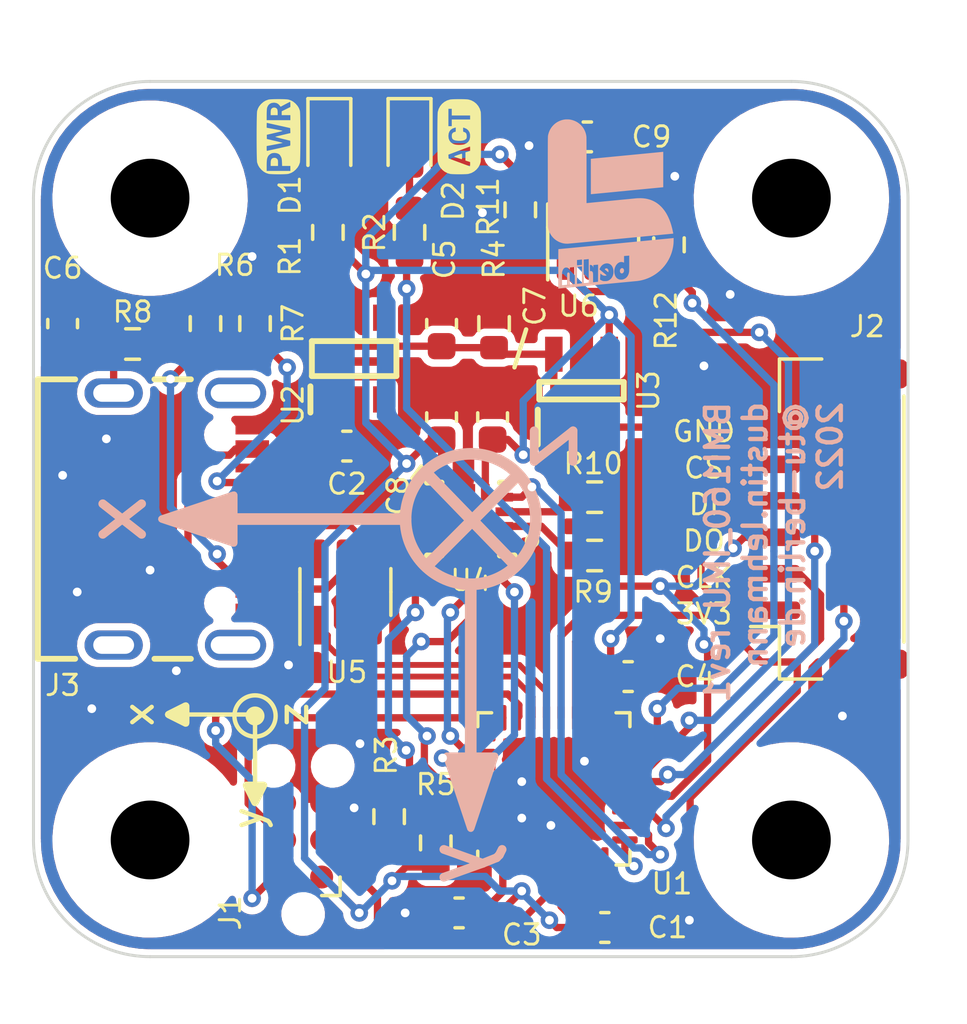
<source format=kicad_pcb>
(kicad_pcb (version 20221018) (generator pcbnew)
  (layers (0 "F.Cu" signal) (31 "B.Cu" signal) (34 "B.Paste" user) (35 "F.Paste" user) (36 "B.SilkS" user "B.Silkscreen") (37 "F.SilkS" user "F.Silkscreen") (38 "B.Mask" user) (39 "F.Mask" user) (44 "Edge.Cuts" user))
  (net 0 "")
  (net 8 "CS_SLAVE")
  (net 10 "Net-(D1-Pad2)")
  (net 11 "Net-(D2-Pad2)")
  (net 12 "+3V3")
  (net 13 "SWDIO")
  (net 14 "NRST")
  (net 16 "GND")
  (net 17 "5V_USB")
  (net 18 "CC1")
  (net 19 "USB_IN1_P")
  (net 20 "USB_IN1_N")
  (net 21 "SWCLK")
  (net 22 "CC2")
  (net 23 "USB_SHIELD")
  (net 24 "USB1_P")
  (net 25 "USB1_N")
  (net 30 "3V3_REG")
  (net 31 "3V3_IN")
  (net 32 "USER_LED")
  (net 33 "CS_IMU")
  (net 34 "IMU_INT1")
  (net 35 "IMU_INT2")
  (net 36 "Net-(R3-Pad2)")
  (net 39 "I2C1_SCL")
  (net 40 "I2C1_SDA")
  (net 41 "IN3")
  (net 42 "Net-(R10-Pad1)")
  (net 43 "SPI3_SCK")
  (net 44 "SPI3_MISO")
  (net 45 "SPI3_MOSI")
  (net 47 "Net-(R9-Pad1)")
  (net 48 "SOFTI2C_SCL")
  (net 49 "SOFTI2C_SDA")
  (footprint "Resistor_SMD:R_0603_1608Metric" (layer "F.Cu") (at 173.4 58)
    (fp_text reference "R8")
    (fp_text value "1M")
  )
  (footprint "Package_DFN_QFN:QFN-32-1EP_5x5mm_P0.5mm_EP3.45x3.45mm" (layer "F.Cu") (at 187.85 73.25 90)
    (fp_text reference "U1")
    (fp_text value "STM32L432KBUx")
  )
  (footprint "downloaded_parts:MH_noPad_2.5" (layer "F.Cu") (at 174 75)
    (fp_text reference "H4" hide)
    (fp_text value "MountingHole")
  )
  (footprint "descriptors:cm4_act" (layer "F.Cu") (at 184.6 50.9 90)
    (fp_text reference "G***" hide)
    (fp_text value "LOGO" hide)
  )
  (footprint "LED_SMD:LED_0603_1608Metric" (layer "F.Cu") (at 180.15 51.075 -90)
    (fp_text reference "D1")
    (fp_text value "POWER_LED")
  )
  (footprint "Resistor_SMD:R_0603_1608Metric" (layer "F.Cu") (at 180.1 54.175 90)
    (fp_text reference "R1")
    (fp_text value "1k")
  )
  (footprint "Resistor_SMD:R_0603_1608Metric" (layer "F.Cu") (at 183.8 75.1 -90)
    (fp_text reference "R5")
    (fp_text value "10k")
  )
  (footprint "downloaded_parts:MH_noPad_2.5" (layer "F.Cu") (at 196 53)
    (fp_text reference "H3" hide)
    (fp_text value "MountingHole")
  )
  (footprint "Resistor_SMD:R_0603_1608Metric" (layer "F.Cu") (at 182.2 74.2 -90)
    (fp_text reference "R3")
    (fp_text value "10k")
  )
  (footprint "Resistor_SMD:R_0603_1608Metric" (layer "F.Cu") (at 189.25 63.25)
    (fp_text reference "R10")
    (fp_text value "309k")
  )
  (footprint "descriptors:pwr_small" (layer "F.Cu") (at 178.4 50.9 90)
    (fp_text reference "G***" hide)
    (fp_text value "LOGO" hide)
  )
  (footprint "downloaded_parts:MH_noPad_2.5" (layer "F.Cu") (at 174 53)
    (fp_text reference "H1" hide)
    (fp_text value "MountingHole")
  )
  (footprint "Resistor_SMD:R_0603_1608Metric" (layer "F.Cu") (at 175.9 57.3 90)
    (fp_text reference "R6")
    (fp_text value "5.1k")
  )
  (footprint "downloaded_parts:PQFN50P300X250X88-14N" (layer "F.Cu") (at 185 64 180)
    (fp_text reference "U4")
    (fp_text value "BMX160" hide)
  )
  (footprint "Capacitor_SMD:C_0603_1608Metric" (layer "F.Cu") (at 180.75 61.5)
    (fp_text reference "C2")
    (fp_text value "1u")
  )
  (footprint "Connector_JST:JST_GH_SM06B-GHS-TB_1x06-1MP_P1.25mm_Horizontal" (layer "F.Cu") (at 197.3 64 90)
    (fp_text reference "J2")
    (fp_text value "Conn_01x06")
  )
  (footprint "Resistor_SMD:R_0603_1608Metric" (layer "F.Cu") (at 177.6 57.3 90)
    (fp_text reference "R7")
    (fp_text value "5.1k")
  )
  (footprint "downloaded_parts:SOT95P280X145-5N" (layer "F.Cu") (at 188.8 59.6 90)
    (fp_text reference "U3")
    (fp_text value "TPS2105MDBVREP" hide)
  )
  (footprint "Connector:Tag-Connect_TC2030-IDC-NL_2x03_P1.27mm_Vertical" (layer "F.Cu") (at 179.25 75 90)
    (fp_text reference "J1")
    (fp_text value "TC2030-IDC-NL")
  )
  (footprint "Package_TO_SOT_SMD:SOT-23-6" (layer "F.Cu") (at 189.2 54 90)
    (fp_text reference "U6")
    (fp_text value "SOT-23-6-EEPROM")
  )
  (footprint "Resistor_SMD:R_0603_1608Metric" (layer "F.Cu") (at 185.8 57.3 -90)
    (fp_text reference "R4")
    (fp_text value "10k")
  )
  (footprint "Capacitor_SMD:C_0603_1608Metric" (layer "F.Cu") (at 185.75 60.5 90)
    (fp_text reference "C7")
    (fp_text value "100n")
  )
  (footprint "Capacitor_SMD:C_0603_1608Metric" (layer "F.Cu") (at 189.6 78)
    (fp_text reference "C1")
    (fp_text value "100n")
  )
  (footprint "downloaded_parts:SOT95P280X130-5N" (layer "F.Cu") (at 181 58.5 90)
    (fp_text reference "U2")
    (fp_text value "XC6209" hide)
  )
  (footprint "Capacitor_SMD:C_0603_1608Metric" (layer "F.Cu") (at 171 57.3 90)
    (fp_text reference "C6")
    (fp_text value "22p")
  )
  (footprint "downloaded_parts:GCT_USB4105-GF-A" (layer "F.Cu") (at 172.75 64 -90)
    (fp_text reference "J3")
    (fp_text value "USB4105-GF-A")
  )
  (footprint "Capacitor_SMD:C_0603_1608Metric" (layer "F.Cu") (at 184.6 77.5 180)
    (fp_text reference "C3")
    (fp_text value "100n")
  )
  (footprint "Capacitor_SMD:C_0603_1608Metric" (layer "F.Cu") (at 184 60.5 90)
    (fp_text reference "C8")
    (fp_text value "100n")
  )
  (footprint "Capacitor_SMD:C_0603_1608Metric" (layer "F.Cu") (at 190.4 69.4)
    (fp_text reference "C4")
    (fp_text value "100n")
  )
  (footprint "LED_SMD:LED_0603_1608Metric" (layer "F.Cu") (at 182.9 51.075 -90)
    (fp_text reference "D2")
    (fp_text value "USER_LED")
  )
  (footprint "Resistor_SMD:R_0603_1608Metric" (layer "F.Cu") (at 189.25 65.25)
    (fp_text reference "R9")
    (fp_text value "309k")
  )
  (footprint "Resistor_SMD:R_0603_1608Metric" (layer "F.Cu") (at 186.7 53.4 -90)
    (fp_text reference "R11")
    (fp_text value "5.1k")
  )
  (footprint "Resistor_SMD:R_0603_1608Metric" (layer "F.Cu") (at 191.8 54.6 -90)
    (fp_text reference "R12")
    (fp_text value "5.1k")
  )
  (footprint "Resistor_SMD:R_0603_1608Metric" (layer "F.Cu") (at 182.9 54.175 90)
    (fp_text reference "R2")
    (fp_text value "1k")
  )
  (footprint "Capacitor_SMD:C_0603_1608Metric" (layer "F.Cu") (at 184 57.3 90)
    (fp_text reference "C5")
    (fp_text value "1u")
  )
  (footprint "Capacitor_SMD:C_0603_1608Metric" (layer "F.Cu") (at 189 50.9)
    (fp_text reference "C9")
    (fp_text value "100n")
  )
  (footprint "Package_TO_SOT_SMD:SOT-23-6" (layer "F.Cu") (at 180.7 66.5 90)
    (fp_text reference "U5")
    (fp_text value "USBLC6-2SC6")
  )
  (footprint "downloaded_parts:MH_noPad_2.5" (layer "F.Cu") (at 196 75)
    (fp_text reference "H2" hide)
    (fp_text value "MountingHole")
  )
  (footprint "logos:tub_6" (layer "B.Cu") (at 189.8 53.2 -90)
    (fp_text reference "G***" hide)
    (fp_text value "LOGO" hide)
  )
  (gr_circle (center 185 64) (end 187.236068 64) (stroke (width 0.4)) (fill none) (layer "B.SilkS"))
  (gr_line (start 183.45 62.4) (end 186.55 65.6) (stroke (width 0.4)) (layer "B.SilkS"))
  (gr_line (start 182.763932 64) (end 175 64) (stroke (width 0.4)) (layer "B.SilkS"))
  (gr_line (start 185 66.236068) (end 185 74) (stroke (width 0.4)) (layer "B.SilkS"))
  (gr_line (start 186.6 62.5) (end 183.5 65.6) (stroke (width 0.4)) (layer "B.SilkS"))
  (gr_line (start 186.9 57.5) (end 186.5 58.8) (stroke (width 0.15)) (layer "F.SilkS"))
  (gr_line (start 177.6 70.75) (end 177.6 73.25) (stroke (width 0.15)) (layer "F.SilkS"))
  (gr_line (start 183 62.6) (end 183.3 62.2) (stroke (width 0.15)) (layer "F.SilkS"))
  (gr_circle (center 177.6 70.75) (end 178.1 70.25) (stroke (width 0.15)) (fill none) (layer "F.SilkS"))
  (gr_circle (center 177.6 70.75) (end 177.85 70.75) (stroke (width 0.15)) (fill solid) (layer "F.SilkS"))
  (gr_line (start 177.6 70.7) (end 175.1 70.7) (stroke (width 0.15)) (layer "F.SilkS"))
  (gr_line (start 196 79) (end 174 79) (stroke (width 0.1)) (layer "Edge.Cuts"))
  (gr_arc (start 174 79) (mid 171.171573 77.828427) (end 170 75) (stroke (width 0.1)) (layer "Edge.Cuts"))
  (gr_arc (start 200 75) (mid 198.828427 77.828427) (end 196 79) (stroke (width 0.1)) (layer "Edge.Cuts"))
  (gr_line (start 174 49) (end 196 49) (stroke (width 0.1)) (layer "Edge.Cuts"))
  (gr_line (start 200 53) (end 200 75) (stroke (width 0.1)) (layer "Edge.Cuts"))
  (gr_arc (start 196 49) (mid 198.828427 50.171573) (end 200 53) (stroke (width 0.1)) (layer "Edge.Cuts"))
  (gr_line (start 170 75) (end 170 53) (stroke (width 0.1)) (layer "Edge.Cuts"))
  (gr_arc (start 170 53) (mid 171.171573 50.171573) (end 174 49) (stroke (width 0.1)) (layer "Edge.Cuts"))
  (gr_text "x" (at 172.8 64 90) (layer "B.SilkS") (effects (font (size 2 2) (thickness 0.3)) (justify mirror)))
  (gr_text "y" (at 184.5 75.8 90) (layer "B.SilkS") (effects (font (size 2 2) (thickness 0.3)) (justify mirror)))
  (gr_text "z" (at 187.6 61.5 90) (layer "B.SilkS") (effects (font (size 2 2) (thickness 0.3)) (justify mirror)))
  (gr_text "BMI160_IMU rev1\ndustin.lehmann\n@tu-berlin.de\n2022" (at 195.4 59.9 90) (layer "B.SilkS") (effects (font (size 0.8 0.8)) (justify left mirror)))
  (gr_text "y" (at 177.35 74.25 90) (layer "F.SilkS") (effects (font (size 1 1))))
  (gr_text "CLK" (at 193 66) (layer "F.SilkS") (effects (font (size 0.7 0.7) (thickness 0.1))))
  (gr_text "3V3" (at 193 67.25) (layer "F.SilkS") (effects (font (size 0.7 0.7) (thickness 0.1))))
  (gr_text "DO" (at 193 64.75) (layer "F.SilkS") (effects (font (size 0.7 0.7) (thickness 0.1))))
  (gr_text "GND" (at 193 61) (layer "F.SilkS") (effects (font (size 0.7 0.7) (thickness 0.1))))
  (gr_text "DI" (at 193 63.5) (layer "F.SilkS") (effects (font (size 0.7 0.7) (thickness 0.1))))
  (gr_text "x" (at 173.6 70.7 90) (layer "F.SilkS") (effects (font (size 1 1))))
  (gr_text "CS" (at 193 62.25) (layer "F.SilkS") (effects (font (size 0.7 0.7) (thickness 0.1))))
  (gr_text "z" (at 178.9 70.7 90) (layer "F.SilkS") (effects (font (size 1 1))))
  (segment (start 190.2875 74) (end 191.1 74) (width 0.25) (layer "F.Cu") (net 8))
  (segment (start 195.45 62.125) (end 195.475 62.1) (width 0.25) (layer "F.Cu") (net 8))
  (segment (start 195.475 62.1) (end 196.7 62.1) (width 0.25) (layer "F.Cu") (net 8))
  (segment (start 197.8 63.2) (end 197.8 67.5) (width 0.25) (layer "F.Cu") (net 8))
  (segment (start 191.1 74) (end 191.7 74.6) (width 0.25) (layer "F.Cu") (net 8))
  (segment (start 196.7 62.1) (end 197.8 63.2) (width 0.25) (layer "F.Cu") (net 8))
  (via (at 191.7 74.6) (size 0.6) (drill 0.3) (layers "F.Cu" "B.Cu") (net 8))
  (via (at 197.8 67.5) (size 0.6) (drill 0.3) (layers "F.Cu" "B.Cu") (net 8))
  (segment (start 197.8 67.5) (end 197.8 68.1) (width 0.25) (layer "B.Cu") (net 8))
  (segment (start 194.8 71.1) (end 191.7 74.2) (width 0.25) (layer "B.Cu") (net 8))
  (segment (start 191.7 74.2) (end 191.7 74.6) (width 0.25) (layer "B.Cu") (net 8))
  (segment (start 197.8 68.1) (end 194.8 71.1) (width 0.25) (layer "B.Cu") (net 8))
  (segment (start 180.1 53.35) (end 180.1 51.9125) (width 0.25) (layer "F.Cu") (net 10))
  (segment (start 180.1 51.9125) (end 180.15 51.8625) (width 0.25) (layer "F.Cu") (net 10))
  (segment (start 182.9 53.35) (end 182.9 51.8625) (width 0.25) (layer "F.Cu") (net 11))
  (segment (start 182.3 76.4) (end 182.775 75.925) (width 0.25) (layer "F.Cu") (net 12))
  (segment (start 184 61.275) (end 183.625 61.275) (width 0.25) (layer "F.Cu") (net 12))
  (segment (start 180.1 55) (end 180.8 55) (width 0.25) (layer "F.Cu") (net 12))
  (segment (start 179.9455 76.27) (end 179.885 76.27) (width 0.25) (layer "F.Cu") (net 12))
  (segment (start 186.7 52.2) (end 186 51.5) (width 0.25) (layer "F.Cu") (net 12))
  (segment (start 187.9625 52.575) (end 188.25 52.8625) (width 0.25) (layer "F.Cu") (net 12))
  (segment (start 186.7 52.575) (end 186.7 52.2) (width 0.25) (layer "F.Cu") (net 12))
  (segment (start 189.6 69.425) (end 189.625 69.4) (width 0.25) (layer "F.Cu") (net 12))
  (segment (start 184 61.275) (end 184 63.1) (width 0.25) (layer "F.Cu") (net 12))
  (segment (start 189.8 69.225) (end 189.625 69.4) (width 0.25) (layer "F.Cu") (net 12))
  (segment (start 184 63.1) (end 183.85 63.25) (width 0.25) (layer "F.Cu") (net 12))
  (segment (start 191.72548 53.84952) (end 189.54952 53.84952) (width 0.25) (layer "F.Cu") (net 12))
  (segment (start 185.5 61.525) (end 185.75 61.275) (width 0.25) (layer "F.Cu") (net 12))
  (segment (start 189.6 70.8125) (end 189.6 69.425) (width 0.25) (layer "F.Cu") (net 12))
  (segment (start 188.225 52.8375) (end 188.25 52.8625) (width 0.25) (layer "F.Cu") (net 12))
  (segment (start 189.8 68.1) (end 189.8 69.225) (width 0.25) (layer "F.Cu") (net 12))
  (segment (start 180.8 55) (end 181.4 55.6) (width 0.25) (layer "F.Cu") (net 12))
  (segment (start 185.75 61.275) (end 186.275 61.275) (width 0.25) (layer "F.Cu") (net 12))
  (segment (start 189.2 52.8625) (end 188.25 52.8625) (width 0.25) (layer "F.Cu") (net 12))
  (segment (start 182.775 75.925) (end 183.8 75.925) (width 0.25) (layer "F.Cu") (net 12))
  (segment (start 186.7 52.575) (end 187.9625 52.575) (width 0.25) (layer "F.Cu") (net 12))
  (segment (start 188.1 75.6875) (end 188.1 77.275) (width 0.25) (layer "F.Cu") (net 12))
  (segment (start 186 77.5) (end 186.75 76.75) (width 0.25) (layer "F.Cu") (net 12))
  (segment (start 187.95 78) (end 188.825 78) (width 0.25) (layer "F.Cu") (net 12))
  (segment (start 188.225 50.9) (end 188.225 52.8375) (width 0.25) (layer "F.Cu") (net 12))
  (segment (start 185.5 63.1) (end 185.5 61.525) (width 0.25) (layer "F.Cu") (net 12))
  (segment (start 189.75 58.35) (end 189.75 57) (width 0.25) (layer "F.Cu") (net 12))
  (segment (start 186.1 76.775) (end 185.375 77.5) (width 0.25) (layer "F.Cu") (net 12))
  (segment (start 183.625 61.275) (end 182.8 62.1) (width 0.25) (layer "F.Cu") (net 12))
  (segment (start 189.2 53.5) (end 189.2 52.8625) (width 0.25) (layer "F.Cu") (net 12))
  (segment (start 191.8 53.775) (end 191.72548 53.84952) (width 0.25) (layer "F.Cu") (net 12))
  (segment (start 185.375 77.5) (end 186 77.5) (width 0.25) (layer "F.Cu") (net 12))
  (segment (start 188.1 77.275) (end 188.825 78) (width 0.25) (layer "F.Cu") (net 12))
  (segment (start 186.1 75.6875) (end 186.1 76.775) (width 0.25) (layer "F.Cu") (net 12))
  (segment (start 186.275 61.275) (end 186.8 61.8) (width 0.25) (layer "F.Cu") (net 12))
  (segment (start 181.1755 77.5) (end 179.9455 76.27) (width 0.25) (layer "F.Cu") (net 12))
  (segment (start 187.7 77.75) (end 187.95 78) (width 0.25) (layer "F.Cu") (net 12))
  (segment (start 189.54952 53.84952) (end 189.2 53.5) (width 0.25) (layer "F.Cu") (net 12))
  (via (at 186.75 76.75) (size 0.6) (drill 0.3) (layers "F.Cu" "B.Cu") (net 12))
  (via (at 189.75 57) (size 0.6) (drill 0.3) (layers "F.Cu" "B.Cu") (net 12))
  (via (at 186.8 61.8) (size 0.6) (drill 0.3) (layers "F.Cu" "B.Cu") (net 12))
  (via (at 182.3 76.4) (size 0.6) (drill 0.3) (layers "F.Cu" "B.Cu") (net 12))
  (via (at 182.8 62.1) (size 0.6) (drill 0.3) (layers "F.Cu" "B.Cu") (net 12))
  (via (at 181.4 55.6) (size 0.6) (drill 0.3) (layers "F.Cu" "B.Cu") (net 12))
  (via (at 187.7 77.75) (size 0.6) (drill 0.3) (layers "F.Cu" "B.Cu") (net 12))
  (via (at 189.8 68.1) (size 0.6) (drill 0.3) (layers "F.Cu" "B.Cu") (net 12))
  (via (at 186 51.5) (size 0.6) (drill 0.3) (layers "F.Cu" "B.Cu") (net 12))
  (via (at 181.1755 77.5) (size 0.6) (drill 0.3) (layers "F.Cu" "B.Cu") (net 12))
  (segment (start 186.75 76.8) (end 186.75 76.75) (width 0.25) (layer "B.Cu") (net 12))
  (segment (start 187.7 77.75) (end 186.75 76.8) (width 0.25) (layer "B.Cu") (net 12))
  (segment (start 181.1755 77.5) (end 179.3 75.6245) (width 0.25) (layer "B.Cu") (net 12))
  (segment (start 188.225489 55.475489) (end 189.75 57) (width 0.25) (layer "B.Cu") (net 12))
  (segment (start 184.3 51.5) (end 181.4 54.4) (width 0.25) (layer "B.Cu") (net 12))
  (segment (start 182.3 76.4) (end 181.2 77.5) (width 0.25) (layer "B.Cu") (net 12))
  (segment (start 181.4 55.6) (end 181.524511 55.475489) (width 0.25) (layer "B.Cu") (net 12))
  (segment (start 189.9 68) (end 189.8 68.1) (width 0.25) (layer "B.Cu") (net 12))
  (segment (start 181.2 77.5) (end 181.1755 77.5) (width 0.25) (layer "B.Cu") (net 12))
  (segment (start 189.9 68) (end 190.5 67.4) (width 0.25) (layer "B.Cu") (net 12))
  (segment (start 186 51.5) (end 184.3 51.5) (width 0.25) (layer "B.Cu") (net 12))
  (segment (start 180 64.9) (end 182.8 62.1) (width 0.25) (layer "B.Cu") (net 12))
  (segment (start 186 76.75) (end 186.75 76.75) (width 0.25) (layer "B.Cu") (net 12))
  (segment (start 190.5 67.4) (end 190.5 57.75) (width 0.25) (layer "B.Cu") (net 12))
  (segment (start 179.3 70.5) (end 180 69.8) (width 0.25) (layer "B.Cu") (net 12))
  (segment (start 189.75 57) (end 186.8 59.95) (width 0.25) (layer "B.Cu") (net 12))
  (segment (start 181.524511 55.475489) (end 188.225489 55.475489) (width 0.25) (layer "B.Cu") (net 12))
  (segment (start 186.8 59.95) (end 186.8 61.8) (width 0.25) (layer "B.Cu") (net 12))
  (segment (start 181.4 54.4) (end 181.4 55.6) (width 0.25) (layer "B.Cu") (net 12))
  (segment (start 179.3 75.6245) (end 179.3 70.5) (width 0.25) (layer "B.Cu") (net 12))
  (segment (start 180 69.8) (end 180 64.9) (width 0.25) (layer "B.Cu") (net 12))
  (segment (start 181.4 60.7) (end 181.4 55.6) (width 0.25) (layer "B.Cu") (net 12))
  (segment (start 185.5 76.25) (end 186 76.75) (width 0.25) (layer "B.Cu") (net 12))
  (segment (start 190.5 57.75) (end 189.75 57) (width 0.25) (layer "B.Cu") (net 12))
  (segment (start 182.45 76.25) (end 185.5 76.25) (width 0.25) (layer "B.Cu") (net 12))
  (segment (start 182.3 76.4) (end 182.45 76.25) (width 0.25) (layer "B.Cu") (net 12))
  (segment (start 182.8 62.1) (end 181.4 60.7) (width 0.25) (layer "B.Cu") (net 12))
  (segment (start 176.25 71.25) (end 176.25 70.75) (width 0.25) (layer "F.Cu") (net 13))
  (segment (start 186.65048 70.378152) (end 186.272328 70) (width 0.25) (layer "F.Cu") (net 13))
  (segment (start 186.272328 70) (end 178.75 70) (width 0.25) (layer "F.Cu") (net 13))
  (segment (start 178.615 76.27) (end 178.23 76.27) (width 0.25) (layer "F.Cu") (net 13))
  (segment (start 186.6 70.8125) (end 186.65048 70.76202) (width 0.25) (layer "F.Cu") (net 13))
  (segment (start 177 70) (end 178.75 70) (width 0.25) (layer "F.Cu") (net 13))
  (segment (start 186.65048 70.76202) (end 186.65048 70.378152) (width 0.25) (layer "F.Cu") (net 13))
  (segment (start 178.23 76.27) (end 177.5 77) (width 0.25) (layer "F.Cu") (net 13))
  (segment (start 176.25 70.75) (end 177 70) (width 0.25) (layer "F.Cu") (net 13))
  (via (at 176.25 71.25) (size 0.6) (drill 0.3) (layers "F.Cu" "B.Cu") (net 13))
  (via (at 177.5 77) (size 0.6) (drill 0.3) (layers "F.Cu" "B.Cu") (net 13))
  (segment (start 177.5 77) (end 177.5 72.956114) (width 0.25) (layer "B.Cu") (net 13))
  (segment (start 177.5 72.956114) (end 176.25 71.706114) (width 0.25) (layer "B.Cu") (net 13))
  (segment (start 176.25 71.706114) (end 176.25 71.25) (width 0.25) (layer "B.Cu") (net 13))
  (segment (start 181.8 76.915) (end 181.8 77.7) (width 0.25) (layer "F.Cu") (net 14))
  (segment (start 181.8 77.7) (end 182.5 78.4) (width 0.25) (layer "F.Cu") (net 14))
  (segment (start 187.6 76.9) (end 187.6 75.6875) (width 0.25) (layer "F.Cu") (net 14))
  (segment (start 186.1 78.4) (end 187.6 76.9) (width 0.25) (layer "F.Cu") (net 14))
  (segment (start 179.885 75) (end 181.8 76.915) (width 0.25) (layer "F.Cu") (net 14))
  (segment (start 182.5 78.4) (end 186.1 78.4) (width 0.25) (layer "F.Cu") (net 14))
  (segment (start 185.4125 75) (end 185.4125 75.9125) (width 0.25) (layer "F.Cu") (net 16))
  (segment (start 183.875 59.725) (end 184 59.725) (width 0.25) (layer "F.Cu") (net 16))
  (segment (start 185.75 56.525) (end 185.8 56.475) (width 0.25) (layer "F.Cu") (net 16))
  (segment (start 181 60.6) (end 181.525 61.125) (width 0.25) (layer "F.Cu") (net 16))
  (segment (start 190.2875 70.2875) (end 191.175 69.4) (width 0.25) (layer "F.Cu") (net 16))
  (segment (start 190.2875 71.5) (end 190.2875 70.2875) (width 0.25) (layer "F.Cu") (net 16))
  (segment (start 185 63.1) (end 184.95048 63.05048) (width 0.25) (layer "F.Cu") (net 16))
  (segment (start 181.525 61.5) (end 182.1 61.5) (width 0.25) (layer "F.Cu") (net 16))
  (segment (start 184.95048 60.52452) (end 185.75 59.725) (width 0.25) (layer "F.Cu") (net 16))
  (segment (start 184 56.525) (end 185.75 56.525) (width 0.25) (layer "F.Cu") (net 16))
  (segment (start 184 59.725) (end 185.75 59.725) (width 0.25) (layer "F.Cu") (net 16))
  (segment (start 190.075 63.25) (end 190.075 65.25) (width 0.25) (layer "F.Cu") (net 16))
  (segment (start 185 63.1) (end 184.5 63.1) (width 0.25) (layer "F.Cu") (net 16))
  (segment (start 185.4125 75.9125) (end 183.825 77.5) (width 0.25) (layer "F.Cu") (net 16))
  (segment (start 184.95048 63.05048) (end 184.95048 60.52452) (width 0.25) (layer "F.Cu") (net 16))
  (segment (start 182.1 61.5) (end 183.875 59.725) (width 0.25) (layer "F.Cu") (net 16))
  (segment (start 181.525 61.125) (end 181.525 61.5) (width 0.25) (layer "F.Cu") (net 16))
  (segment (start 181 59.9) (end 181 60.6) (width 0.25) (layer "F.Cu") (net 16))
  (via (at 174 65.75) (size 0.6) (drill 0.3) (layers "F.Cu" "B.Cu") (net 16))
  (via (at 192.5 77.75) (size 0.6) (drill 0.3) (layers "F.Cu" "B.Cu") (net 16))
  (via (at 185.4 53.5) (size 0.6) (drill 0.3) (layers "F.Cu" "B.Cu") (net 16))
  (via (at 186.75 74.25) (size 0.6) (drill 0.3) (layers "F.Cu" "B.Cu") (net 16))
  (via (at 181 73.9) (size 0.6) (drill 0.3) (layers "F.Cu" "B.Cu") (net 16))
  (via (at 181.2 71.7) (size 0.6) (drill 0.3) (layers "F.Cu" "B.Cu") (net 16))
  (via (at 171.5 66.5) (size 0.6) (drill 0.3) (layers "F.Cu" "B.Cu") (net 16))
  (via (at 187 51.2) (size 0.6) (drill 0.3) (layers "F.Cu" "B.Cu") (net 16))
  (via (at 193.9 56.3) (size 0.6) (drill 0.3) (layers "F.Cu" "B.Cu") (net 16))
  (via (at 191.5 68.1) (size 0.6) (drill 0.3) (layers "F.Cu" "B.Cu") (net 16))
  (via (at 186.75 73) (size 0.6) (drill 0.3) (layers "F.Cu" "B.Cu") (net 16))
  (via (at 174.9 69.2) (size 0.6) (drill 0.3) (layers "F.Cu" "B.Cu") (net 16))
  (via (at 192 52.25) (size 0.6) (drill 0.3) (layers "F.Cu" "B.Cu") (net 16))
  (via (at 187.75 74.5) (size 0.6) (drill 0.3) (layers "F.Cu" "B.Cu") (net 16))
  (via (at 188.9 72.3) (size 0.6) (drill 0.3) (layers "F.Cu" "B.Cu") (net 16))
  (via (at 193 58.75) (size 0.6) (drill 0.3) (layers "F.Cu" "B.Cu") (net 16))
  (via (at 177.5 55) (size 0.6) (drill 0.3) (layers "F.Cu" "B.Cu") (net 16))
  (via (at 172.5 61.25) (size 0.6) (drill 0.3) (layers "F.Cu" "B.Cu") (net 16))
  (via (at 172 70.5) (size 0.6) (drill 0.3) (layers "F.Cu" "B.Cu") (net 16))
  (via (at 197.75 70.75) (size 0.6) (drill 0.3) (layers "F.Cu" "B.Cu") (net 16))
  (via (at 171 62.5) (size 0.6) (drill 0.3) (layers "F.Cu" "B.Cu") (net 16))
  (via (at 182.75 77.5) (size 0.6) (drill 0.3) (layers "F.Cu" "B.Cu") (net 16))
  (via (at 178.75 69) (size 0.6) (drill 0.3) (layers "F.Cu" "B.Cu") (net 16))
  (segment (start 180.7 65.3625) (end 180.7 65.746072) (width 0.25) (layer "F.Cu") (net 17))
  (segment (start 177.505 61.6) (end 176.929273 61.6) (width 0.25) (layer "F.Cu") (net 17))
  (segment (start 176.190479 61.809521) (end 175.3 62.7) (width 0.25) (layer "F.Cu") (net 17))
  (segment (start 181.875489 59.125489) (end 180.174511 59.125489) (width 0.25) (layer "F.Cu") (net 17))
  (segment (start 177.505 61.6) (end 179.875 61.6) (width 0.25) (layer "F.Cu") (net 17))
  (segment (start 176.929273 61.6) (end 176.719752 61.809521) (width 0.25) (layer "F.Cu") (net 17))
  (segment (start 176.929273 66.4) (end 177.505 66.4) (width 0.25) (layer "F.Cu") (net 17))
  (segment (start 181.95 59.2) (end 181.875489 59.125489) (width 0.25) (layer "F.Cu") (net 17))
  (segment (start 176.040479 66.190479) (end 176.719752 66.190479) (width 0.25) (layer "F.Cu") (net 17))
  (segment (start 180.05 59.9) (end 180.05 61.425) (width 0.25) (layer "F.Cu") (net 17))
  (segment (start 175.3 62.7) (end 175.3 65.45) (width 0.25) (layer "F.Cu") (net 17))
  (segment (start 175.3 65.45) (end 176.040479 66.190479) (width 0.25) (layer "F.Cu") (net 17))
  (segment (start 180.05 59.25) (end 180.05 59.9) (width 0.25) (layer "F.Cu") (net 17))
  (segment (start 181.95 59.9) (end 181.95 59.2) (width 0.25) (layer "F.Cu") (net 17))
  (segment (start 176.719752 66.190479) (end 176.929273 66.4) (width 0.25) (layer "F.Cu") (net 17))
  (segment (start 180.7 65.746072) (end 180.046072 66.4) (width 0.25) (layer "F.Cu") (net 17))
  (segment (start 180.046072 66.4) (end 177.505 66.4) (width 0.25) (layer "F.Cu") (net 17))
  (segment (start 180.05 61.425) (end 179.975 61.5) (width 0.25) (layer "F.Cu") (net 17))
  (segment (start 176.719752 61.809521) (end 176.190479 61.809521) (width 0.25) (layer "F.Cu") (net 17))
  (segment (start 179.875 61.6) (end 179.975 61.5) (width 0.25) (layer "F.Cu") (net 17))
  (segment (start 180.174511 59.125489) (end 180.05 59.25) (width 0.25) (layer "F.Cu") (net 17))
  (segment (start 177.505 62.75) (end 176.35 62.75) (width 0.25) (layer "F.Cu") (net 18))
  (segment (start 176.35 62.75) (end 176.3 62.7) (width 0.25) (layer "F.Cu") (net 18))
  (segment (start 177.6 58.125) (end 178.025 58.125) (width 0.25) (layer "F.Cu") (net 18))
  (segment (start 178.025 58.125) (end 178.7 58.8) (width 0.25) (layer "F.Cu") (net 18))
  (via (at 178.7 58.8) (size 0.6) (drill 0.3) (layers "F.Cu" "B.Cu") (net 18))
  (via (at 176.3 62.7) (size 0.6) (drill 0.3) (layers "F.Cu" "B.Cu") (net 18))
  (segment (start 178.7 60.3) (end 176.3 62.7) (width 0.25) (layer "B.Cu") (net 18))
  (segment (start 178.7 58.8) (end 178.7 60.3) (width 0.25) (layer "B.Cu") (net 18))
  (segment (start 176.630489 64.58) (end 176.800489 64.75) (width 0.2) (layer "F.Cu") (net 19))
  (segment (start 176.630489 63.800489) (end 176.630489 64.58) (width 0.2) (layer "F.Cu") (net 19))
  (segment (start 179.75 65.3625) (end 179.1375 64.75) (width 0.2) (layer "F.Cu") (net 19))
  (segment (start 179.1375 64.75) (end 177.505 64.75) (width 0.2) (layer "F.Cu") (net 19))
  (segment (start 176.680978 63.75) (end 176.630489 63.800489) (width 0.2) (layer "F.Cu") (net 19))
  (segment (start 176.800489 64.75) (end 177.505 64.75) (width 0.2) (layer "F.Cu") (net 19))
  (segment (start 177.505 63.75) (end 176.680978 63.75) (width 0.2) (layer "F.Cu") (net 19))
  (segment (start 180.885717 64.25) (end 177.505 64.25) (width 0.2) (layer "F.Cu") (net 20))
  (segment (start 181.65 65.3625) (end 181.65 65.014283) (width 0.2) (layer "F.Cu") (net 20))
  (segment (start 177.505 63.25) (end 178.329022 63.25) (width 0.2) (layer "F.Cu") (net 20))
  (segment (start 178.379511 63.300489) (end 178.379511 64.120489) (width 0.2) (layer "F.Cu") (net 20))
  (segment (start 181.65 65.014283) (end 180.885717 64.25) (width 0.2) (layer "F.Cu") (net 20))
  (segment (start 178.25 64.25) (end 177.505 64.25) (width 0.2) (layer "F.Cu") (net 20))
  (segment (start 178.379511 64.120489) (end 178.25 64.25) (width 0.2) (layer "F.Cu") (net 20))
  (segment (start 178.329022 63.25) (end 178.379511 63.300489) (width 0.2) (layer "F.Cu") (net 20))
  (segment (start 177.364179 71.635821) (end 178.1875 70.8125) (width 0.25) (layer "F.Cu") (net 21))
  (segment (start 177.364179 73.749179) (end 177.364179 71.635821) (width 0.25) (layer "F.Cu") (net 21))
  (segment (start 178.615 75) (end 177.364179 73.749179) (width 0.25) (layer "F.Cu") (net 21))
  (segment (start 178.1875 70.8125) (end 186.1 70.8125) (width 0.25) (layer "F.Cu") (net 21))
  (segment (start 176.605489 65.724511) (end 176.3 65.419022) (width 0.25) (layer "F.Cu") (net 22))
  (segment (start 176.3 65.419022) (end 176.3 65.2) (width 0.25) (layer "F.Cu") (net 22))
  (segment (start 175.775 58.125) (end 174.7 59.2) (width 0.25) (layer "F.Cu") (net 22))
  (segment (start 177.505 65.75) (end 177.479511 65.724511) (width 0.25) (layer "F.Cu") (net 22))
  (segment (start 175.9 58.125) (end 175.775 58.125) (width 0.25) (layer "F.Cu") (net 22))
  (segment (start 177.479511 65.724511) (end 176.605489 65.724511) (width 0.25) (layer "F.Cu") (net 22))
  (via (at 176.3 65.2) (size 0.6) (drill 0.3) (layers "F.Cu" "B.Cu") (net 22))
  (via (at 174.7 59.2) (size 0.6) (drill 0.3) (layers "F.Cu" "B.Cu") (net 22))
  (segment (start 174.7 59.2) (end 174.7 63.6) (width 0.25) (layer "B.Cu") (net 22))
  (segment (start 174.7 63.6) (end 176.3 65.2) (width 0.25) (layer "B.Cu") (net 22))
  (segment (start 172.5 58.075) (end 172.575 58) (width 0.25) (layer "F.Cu") (net 23))
  (segment (start 171 58.075) (end 172.5 58.075) (width 0.25) (layer "F.Cu") (net 23))
  (segment (start 172.75 58.175) (end 172.575 58) (width 0.25) (layer "F.Cu") (net 23))
  (segment (start 172.75 59.68) (end 172.75 58.175) (width 0.25) (layer "F.Cu") (net 23))
  (segment (start 186.434399 69.39952) (end 187.124999 70.09012) (width 0.2) (layer "F.Cu") (net 24))
  (segment (start 180.10048 68.336197) (end 180.363803 68.59952) (width 0.2) (layer "F.Cu") (net 24))
  (segment (start 187.124999 70.787501) (end 187.1 70.8125) (width 0.2) (layer "F.Cu") (net 24))
  (segment (start 180.363803 68.59952) (end 180.71202 68.59952) (width 0.2) (layer "F.Cu") (net 24))
  (segment (start 180.10048 67.98798) (end 180.10048 68.336197) (width 0.2) (layer "F.Cu") (net 24))
  (segment (start 181.51202 69.39952) (end 186.434399 69.39952) (width 0.2) (layer "F.Cu") (net 24))
  (segment (start 179.75 67.6375) (end 180.10048 67.98798) (width 0.2) (layer "F.Cu") (net 24))
  (segment (start 180.71202 68.59952) (end 181.51202 69.39952) (width 0.2) (layer "F.Cu") (net 24))
  (segment (start 187.124999 70.09012) (end 187.124999 70.787501) (width 0.2) (layer "F.Cu") (net 24))
  (segment (start 181.65 68.901103) (end 181.748897 69) (width 0.2) (layer "F.Cu") (net 25))
  (segment (start 187.575001 70.787501) (end 187.6 70.8125) (width 0.2) (layer "F.Cu") (net 25))
  (segment (start 186.671279 69) (end 187.575001 69.903722) (width 0.2) (layer "F.Cu") (net 25))
  (segment (start 181.65 67.6375) (end 181.65 68.901103) (width 0.2) (layer "F.Cu") (net 25))
  (segment (start 187.575001 69.903722) (end 187.575001 70.787501) (width 0.2) (layer "F.Cu") (net 25))
  (segment (start 181.748897 69) (end 186.671279 69) (width 0.2) (layer "F.Cu") (net 25))
  (segment (start 187.85 58.35) (end 186.025 58.35) (width 0.25) (layer "F.Cu") (net 30))
  (segment (start 181.025 58.075) (end 184 58.075) (width 0.25) (layer "F.Cu") (net 30))
  (segment (start 186.025 58.35) (end 185.8 58.125) (width 0.25) (layer "F.Cu") (net 30))
  (segment (start 180.05 57.1) (end 181.025 58.075) (width 0.25) (layer "F.Cu") (net 30))
  (segment (start 187.85 58.35) (end 187.85 60.85) (width 0.25) (layer "F.Cu") (net 30))
  (segment (start 185.8 58.125) (end 184.05 58.125) (width 0.25) (layer "F.Cu") (net 30))
  (segment (start 184.05 58.125) (end 184 58.075) (width 0.25) (layer "F.Cu") (net 30))
  (segment (start 193.825 67.125) (end 195.45 67.125) (width 0.25) (layer "F.Cu") (net 31))
  (segment (start 189.75 60.85) (end 191.15 60.85) (width 0.25) (layer "F.Cu") (net 31))
  (segment (start 192.9 62.6) (end 192.9 66.2) (width 0.25) (layer "F.Cu") (net 31))
  (segment (start 192.9 66.2) (end 193.825 67.125) (width 0.25) (layer "F.Cu") (net 31))
  (segment (start 191.15 60.85) (end 192.9 62.6) (width 0.25) (layer "F.Cu") (net 31))
  (segment (start 182.8 56.1) (end 182.8 55.1) (width 0.25) (layer "F.Cu") (net 32))
  (segment (start 190.2875 75.5875) (end 190.6 75.9) (width 0.25) (layer "F.Cu") (net 32))
  (segment (start 190.2875 75) (end 190.2875 75.5875) (width 0.25) (layer "F.Cu") (net 32))
  (segment (start 182.8 55.1) (end 182.9 55) (width 0.25) (layer "F.Cu") (net 32))
  (via (at 190.6 75.9) (size 0.6) (drill 0.3) (layers "F.Cu" "B.Cu") (net 32))
  (via (at 182.8 56.1) (size 0.6) (drill 0.3) (layers "F.Cu" "B.Cu") (net 32))
  (segment (start 187.6 72.9) (end 187.6 65) (width 0.25) (layer "B.Cu") (net 32))
  (segment (start 190.6 75.9) (end 187.6 72.9) (width 0.25) (layer "B.Cu") (net 32))
  (segment (start 182.8 60.2) (end 182.8 56.1) (width 0.25) (layer "B.Cu") (net 32))
  (segment (start 187.6 65) (end 182.8 60.2) (width 0.25) (layer "B.Cu") (net 32))
  (segment (start 182.89952 72.041594) (end 182.89952 72.69952) (width 0.25) (layer "F.Cu") (net 33))
  (segment (start 184.575 73.5) (end 183.8 74.275) (width 0.25) (layer "F.Cu") (net 33))
  (segment (start 182.89952 72.69952) (end 183.8 73.6) (width 0.25) (layer "F.Cu") (net 33))
  (segment (start 183.1 66.599022) (end 183.1 67.2) (width 0.25) (layer "F.Cu") (net 33))
  (segment (start 184.5 65.199022) (end 183.1 66.599022) (width 0.25) (layer "F.Cu") (net 33))
  (segment (start 182.783359 71.925433) (end 182.89952 72.041594) (width 0.25) (layer "F.Cu") (net 33))
  (segment (start 185.4125 73.5) (end 184.575 73.5) (width 0.25) (layer "F.Cu") (net 33))
  (segment (start 183.8 73.6) (end 183.8 74.275) (width 0.25) (layer "F.Cu") (net 33))
  (segment (start 184.5 64.9) (end 184.5 65.199022) (width 0.25) (layer "F.Cu") (net 33))
  (via (at 183.1 67.2) (size 0.6) (drill 0.3) (layers "F.Cu" "B.Cu") (net 33))
  (via (at 182.783359 71.925433) (size 0.6) (drill 0.3) (layers "F.Cu" "B.Cu") (net 33))
  (segment (start 182.175489 71.317563) (end 182.175489 68.124511) (width 0.25) (layer "B.Cu") (net 33))
  (segment (start 182.175489 68.124511) (end 183.1 67.2) (width 0.25) (layer "B.Cu") (net 33))
  (segment (start 182.783359 71.925433) (end 182.175489 71.317563) (width 0.25) (layer "B.Cu") (net 33))
  (segment (start 190.772328 74.5) (end 191.1 74.827672) (width 0.25) (layer "F.Cu") (net 34))
  (segment (start 191.1 75.1) (end 191.5 75.5) (width 0.25) (layer "F.Cu") (net 34))
  (segment (start 190.2875 74.5) (end 190.772328 74.5) (width 0.25) (layer "F.Cu") (net 34))
  (segment (start 186.15 63.25) (end 186.75 63.25) (width 0.25) (layer "F.Cu") (net 34))
  (segment (start 186.75 63.25) (end 187.1 62.9) (width 0.25) (layer "F.Cu") (net 34))
  (segment (start 191.1 74.827672) (end 191.1 75.1) (width 0.25) (layer "F.Cu") (net 34))
  (via (at 191.5 75.5) (size 0.6) (drill 0.3) (layers "F.Cu" "B.Cu") (net 34))
  (via (at 187.1 62.9) (size 0.6) (drill 0.3) (layers "F.Cu" "B.Cu") (net 34))
  (segment (start 190.858682 75.275489) (end 190.611207 75.275489) (width 0.25) (layer "B.Cu") (net 34))
  (segment (start 188.1 63.8) (end 187.2 62.9) (width 0.25) (layer "B.Cu") (net 34))
  (segment (start 191.083193 75.5) (end 190.858682 75.275489) (width 0.25) (layer "B.Cu") (net 34))
  (segment (start 188.1 72.764282) (end 188.1 63.8) (width 0.25) (layer "B.Cu") (net 34))
  (segment (start 191.5 75.5) (end 191.083193 75.5) (width 0.25) (layer "B.Cu") (net 34))
  (segment (start 190.611207 75.275489) (end 188.1 72.764282) (width 0.25) (layer "B.Cu") (net 34))
  (segment (start 187.2 62.9) (end 187.1 62.9) (width 0.25) (layer "B.Cu") (net 34))
  (segment (start 184.266783 75.025) (end 182.2 75.025) (width 0.25) (layer "F.Cu") (net 36))
  (segment (start 184.791783 74.5) (end 184.266783 75.025) (width 0.25) (layer "F.Cu") (net 36))
  (segment (start 185.4125 74.5) (end 184.791783 74.5) (width 0.25) (layer "F.Cu") (net 36))
  (segment (start 189.1 76.6) (end 189.3 76.8) (width 0.25) (layer "F.Cu") (net 39))
  (segment (start 189.1 75.6875) (end 189.1 76.6) (width 0.25) (layer "F.Cu") (net 39))
  (segment (start 189.5 67.3) (end 193.364282 67.3) (width 0.25) (layer "F.Cu") (net 39))
  (segment (start 192.525479 75.774521) (end 192.525479 73.560805) (width 0.25) (layer "F.Cu") (net 39))
  (segment (start 193.364282 67.3) (end 194.964282 68.9) (width 0.25) (layer "F.Cu") (net 39))
  (segment (start 197 68.1) (end 197 66.6) (width 0.25) (layer "F.Cu") (net 39))
  (segment (start 196.2 69.9) (end 196.2 68.9) (width 0.25) (layer "F.Cu") (net 39))
  (segment (start 189.3 76.8) (end 191.5 76.8) (width 0.25) (layer "F.Cu") (net 39))
  (segment (start 188.6 70.8125) (end 188.6 68.2) (width 0.25) (layer "F.Cu") (net 39))
  (segment (start 192.525479 73.560805) (end 194.560805 71.525479) (width 0.25) (layer "F.Cu") (net 39))
  (segment (start 196.275 65.875) (end 195.45 65.875) (width 0.25) (layer "F.Cu") (net 39))
  (segment (start 196.2 68.9) (end 197 68.1) (width 0.25) (layer "F.Cu") (net 39))
  (segment (start 188.6 68.2) (end 189.5 67.3) (width 0.25) (layer "F.Cu") (net 39))
  (segment (start 194.964282 68.9) (end 196.2 68.9) (width 0.25) (layer "F.Cu") (net 39))
  (segment (start 191.5 76.8) (end 192.525479 75.774521) (width 0.25) (layer "F.Cu") (net 39))
  (segment (start 194.560805 71.525479) (end 194.574521 71.525479) (width 0.25) (layer "F.Cu") (net 39))
  (segment (start 197 66.6) (end 196.275 65.875) (width 0.25) (layer "F.Cu") (net 39))
  (segment (start 194.574521 71.525479) (end 196.2 69.9) (width 0.25) (layer "F.Cu") (net 39))
  (segment (start 194 65) (end 194.375 64.625) (width 0.25) (layer "F.Cu") (net 40))
  (segment (start 191.9 73.5) (end 190.2875 73.5) (width 0.25) (layer "F.Cu") (net 40))
  (segment (start 193.124511 68.424511) (end 193.124511 72.275489) (width 0.25) (layer "F.Cu") (net 40))
  (segment (start 191.5 66.3) (end 189.8 66.3) (width 0.25) (layer "F.Cu") (net 40))
  (segment (start 188.1 68) (end 188.1 70.8125) (width 0.25) (layer "F.Cu") (net 40))
  (segment (start 189.8 66.3) (end 188.1 68) (width 0.25) (layer "F.Cu") (net 40))
  (segment (start 193 68.3) (end 193.124511 68.424511) (width 0.25) (layer "F.Cu") (net 40))
  (segment (start 194.375 64.625) (end 195.45 64.625) (width 0.25) (layer "F.Cu") (net 40))
  (segment (start 193.124511 72.275489) (end 191.9 73.5) (width 0.25) (layer "F.Cu") (net 40))
  (via (at 193 68.3) (size 0.6) (drill 0.3) (layers "F.Cu" "B.Cu") (net 40))
  (via (at 191.5 66.3) (size 0.6) (drill 0.3) (layers "F.Cu" "B.Cu") (net 40))
  (via (at 194 65) (size 0.6) (drill 0.3) (layers "F.Cu" "B.Cu") (net 40))
  (segment (start 191.5 66.3) (end 192.7 66.3) (width 0.25) (layer "B.Cu") (net 40))
  (segment (start 193 68.3) (end 193 67.8) (width 0.25) (layer "B.Cu") (net 40))
  (segment (start 192.7 66.3) (end 194 65) (width 0.25) (layer "B.Cu") (net 40))
  (segment (start 193 67.8) (end 191.5 66.3) (width 0.25) (layer "B.Cu") (net 40))
  (segment (start 191.758411 72.758411) (end 191.516822 73) (width 0.25) (layer "F.Cu") (net 41))
  (segment (start 195.45 63.375) (end 196.075 63.375) (width 0.25) (layer "F.Cu") (net 41))
  (segment (start 191.516822 73) (end 190.2875 73) (width 0.25) (layer "F.Cu") (net 41))
  (segment (start 196.8 65.1) (end 196.8 64.1) (width 0.25) (layer "F.Cu") (net 41))
  (segment (start 196.075 63.375) (end 196.8 64.1) (width 0.25) (layer "F.Cu") (net 41))
  (via (at 191.758411 72.758411) (size 0.6) (drill 0.3) (layers "F.Cu" "B.Cu") (net 41))
  (via (at 196.8 65.1) (size 0.6) (drill 0.3) (layers "F.Cu" "B.Cu") (net 41))
  (segment (start 192.341589 72.758411) (end 196.8 68.3) (width 0.25) (layer "B.Cu") (net 41))
  (segment (start 191.758411 72.758411) (end 192.341589 72.758411) (width 0.25) (layer "B.Cu") (net 41))
  (segment (start 196.8 68.3) (end 196.8 65.1) (width 0.25) (layer "B.Cu") (net 41))
  (segment (start 186.15 63.75) (end 187.925 63.75) (width 0.25) (layer "F.Cu") (net 42))
  (segment (start 187.925 63.75) (end 188.425 63.25) (width 0.25) (layer "F.Cu") (net 42))
  (segment (start 184.863 72) (end 185.4125 72) (width 0.25) (layer "F.Cu") (net 43))
  (segment (start 185 64.9) (end 185 66.5) (width 0.25) (layer "F.Cu") (net 43))
  (segment (start 185 66.5) (end 184.3 67.2) (width 0.25) (layer "F.Cu") (net 43))
  (segment (start 184.3 71.437) (end 184.863 72) (width 0.25) (layer "F.Cu") (net 43))
  (via (at 184.3 71.437) (size 0.6) (drill 0.3) (layers "F.Cu" "B.Cu") (net 43))
  (via (at 184.3 67.2) (size 0.6) (drill 0.3) (layers "F.Cu" "B.Cu") (net 43))
  (segment (start 184.2 67.3) (end 184.3 67.2) (width 0.25) (layer "B.Cu") (net 43))
  (segment (start 184.2 71.337) (end 184.2 67.3) (width 0.25) (layer "B.Cu") (net 43))
  (segment (start 184.3 71.437) (end 184.2 71.337) (width 0.25) (layer "B.Cu") (net 43))
  (segment (start 186.15 66.15) (end 186.5 66.5) (width 0.25) (layer "F.Cu") (net 44))
  (segment (start 184.341992 72.5) (end 185.4125 72.5) (width 0.25) (layer "F.Cu") (net 44))
  (segment (start 186.15 64.75) (end 186.15 66.15) (width 0.25) (layer "F.Cu") (net 44))
  (segment (start 184.03237 72.190378) (end 184.341992 72.5) (width 0.25) (layer "F.Cu") (net 44))
  (via (at 184.03237 72.190378) (size 0.6) (drill 0.3) (layers "F.Cu" "B.Cu") (net 44))
  (via (at 186.5 66.5) (size 0.6) (drill 0.3) (layers "F.Cu" "B.Cu") (net 44))
  (segment (start 184.03237 72.190378) (end 184.441992 72.6) (width 0.25) (layer "B.Cu") (net 44))
  (segment (start 185.3 72.6) (end 186.5 71.4) (width 0.25) (layer "B.Cu") (net 44))
  (segment (start 184.441992 72.6) (end 185.3 72.6) (width 0.25) (layer "B.Cu") (net 44))
  (segment (start 186.5 71.4) (end 186.5 66.5) (width 0.25) (layer "B.Cu") (net 44))
  (segment (start 184.183193 68.2) (end 183.3 68.2) (width 0.25) (layer "F.Cu") (net 45))
  (segment (start 183.5 71.437) (end 183.407859 71.529141) (width 0.25) (layer "F.Cu") (net 45))
  (segment (start 183.407859 71.529141) (end 183.407859 72.44906) (width 0.25) (layer "F.Cu") (net 45))
  (segment (start 183.407859 72.44906) (end 183.958799 73) (width 0.25) (layer "F.Cu") (net 45))
  (segment (start 183.958799 73) (end 185.4125 73) (width 0.25) (layer "F.Cu") (net 45))
  (segment (start 185.5 64.9) (end 185.5 66.883193) (width 0.25) (layer "F.Cu") (net 45))
  (segment (start 185.5 66.883193) (end 184.183193 68.2) (width 0.25) (layer "F.Cu") (net 45))
  (via (at 183.5 71.437) (size 0.6) (drill 0.3) (layers "F.Cu" "B.Cu") (net 45))
  (via (at 183.3 68.2) (size 0.6) (drill 0.3) (layers "F.Cu" "B.Cu") (net 45))
  (segment (start 182.8 68.7) (end 183.3 68.2) (width 0.25) (layer "B.Cu") (net 45))
  (segment (start 183.5 71.437) (end 182.8 70.737) (width 0.25) (layer "B.Cu") (net 45))
  (segment (start 182.8 70.737) (end 182.8 68.7) (width 0.25) (layer "B.Cu") (net 45))
  (segment (start 186.15 64.25) (end 187.425 64.25) (width 0.25) (layer "F.Cu") (net 47))
  (segment (start 187.425 64.25) (end 188.425 65.25) (width 0.25) (layer "F.Cu") (net 47))
  (segment (start 190.2875 72.5) (end 191.133629 72.5) (width 0.25) (layer "F.Cu") (net 48))
  (segment (start 186.7 54.225) (end 187.3375 54.225) (width 0.25) (layer "F.Cu") (net 48))
  (segment (start 192.2 57.6) (end 194.9 57.6) (width 0.25) (layer "F.Cu") (net 48))
  (segment (start 187.3375 54.225) (end 188.25 55.1375) (width 0.25) (layer "F.Cu") (net 48))
  (segment (start 192.5 71.133629) (end 192.5 70.9) (width 0.25) (layer "F.Cu") (net 48))
  (segment (start 192 57.4) (end 192.2 57.6) (width 0.25) (layer "F.Cu") (net 48))
  (segment (start 188.25 55.521072) (end 188.928928 56.2) (width 0.25) (layer "F.Cu") (net 48))
  (segment (start 191.133629 72.5) (end 192.5 71.133629) (width 0.25) (layer "F.Cu") (net 48))
  (segment (start 190.3 56.2) (end 190.8 56.2) (width 0.25) (layer "F.Cu") (net 48))
  (segment (start 190.8 56.2) (end 192 57.4) (width 0.25) (layer "F.Cu") (net 48))
  (segment (start 188.25 55.1375) (end 188.25 55.521072) (width 0.25) (layer "F.Cu") (net 48))
  (segment (start 188.928928 56.2) (end 190.3 56.2) (width 0.25) (layer "F.Cu") (net 48))
  (via (at 192.5 70.9) (size 0.6) (drill 0.3) (layers "F.Cu" "B.Cu") (net 48))
  (via (at 194.9 57.6) (size 0.6) (drill 0.3) (layers "F.Cu" "B.Cu") (net 48))
  (segment (start 194.9 57.6) (end 195.9 58.6) (width 0.25) (layer "B.Cu") (net 48))
  (segment (start 195.9 58.6) (end 195.9 68.3) (width 0.25) (layer "B.Cu") (net 48))
  (segment (start 195.9 68.3) (end 193.3 70.9) (width 0.25) (layer "B.Cu") (net 48))
  (segment (start 193.3 70.9) (end 192.5 70.9) (width 0.25) (layer "B.Cu") (net 48))
  (segment (start 192.6 56.6) (end 192.6 56.225) (width 0.25) (layer "F.Cu") (net 49))
  (segment (start 190.772328 72) (end 190.2875 72) (width 0.25) (layer "F.Cu") (net 49))
  (segment (start 192.6 56.225) (end 191.8 55.425) (width 0.25) (layer "F.Cu") (net 49))
  (segment (start 191.4 71.372328) (end 190.772328 72) (width 0.25) (layer "F.Cu") (net 49))
  (segment (start 191.4 70.5) (end 191.4 71.372328) (width 0.25) (layer "F.Cu") (net 49))
  (segment (start 191.5125 55.1375) (end 191.8 55.425) (width 0.25) (layer "F.Cu") (net 49))
  (segment (start 190.15 55.1375) (end 191.5125 55.1375) (width 0.25) (layer "F.Cu") (net 49))
  (via (at 192.6 56.6) (size 0.6) (drill 0.3) (layers "F.Cu" "B.Cu") (net 49))
  (via (at 191.4 70.5) (size 0.6) (drill 0.3) (layers "F.Cu" "B.Cu") (net 49))
  (segment (start 191.4 70.5) (end 192.1 69.8) (width 0.25) (layer "B.Cu") (net 49))
  (segment (start 193.6 69.8) (end 195 68.4) (width 0.25) (layer "B.Cu") (net 49))
  (segment (start 195.4 65.1) (end 195.4 59.4) (width 0.25) (layer "B.Cu") (net 49))
  (segment (start 195 68.4) (end 195.4 68) (width 0.25) (layer "B.Cu") (net 49))
  (segment (start 192.1 69.8) (end 193 69.8) (width 0.25) (layer "B.Cu") (net 49))
  (segment (start 195.4 59.4) (end 192.6 56.6) (width 0.25) (layer "B.Cu") (net 49))
  (segment (start 195.4 68) (end 195.4 65.1) (width 0.25) (layer "B.Cu") (net 49))
  (segment (start 193 69.8) (end 193.6 69.8) (width 0.25) (layer "B.Cu") (net 49))
  (zone (net 16) (net_name "GND") (layers "F&B.Cu") (connect_pads yes (clearance 0.254)) (min_thickness 0.254) (fill yes (thermal_gap 0.508) (thermal_bridge_width 0.508))
    (polygon (pts (xy 200 79) (xy 170 79) (xy 170 49) (xy 200 49)))
  )
  (zone (net 0) (net_name "") (layer "B.SilkS") (connect_pads (clearance 0.508)) (min_thickness 0.254) (fill yes (thermal_gap 0.508) (thermal_bridge_width 0.508))
    (polygon (pts (xy 185 75) (xy 184 72) (xy 186 72)))
  )
  (zone (net 0) (net_name "") (layer "B.SilkS") (connect_pads (clearance 0.508)) (min_thickness 0.254) (fill yes (thermal_gap 0.508) (thermal_bridge_width 0.508))
    (polygon (pts (xy 174 64) (xy 177 63) (xy 177 65)))
  )
  (zone (net 0) (net_name "") (layer "F.SilkS") (connect_pads yes (clearance 0.254)) (min_thickness 0.254) (fill yes (thermal_gap 0.508) (thermal_bridge_width 0.508))
    (polygon (pts (xy 175.35 71.2) (xy 174.35 70.7) (xy 175.35 70.2)))
  )
  (zone (net 0) (net_name "") (layer "F.SilkS") (connect_pads yes (clearance 0.254)) (min_thickness 0.254) (fill yes (thermal_gap 0.508) (thermal_bridge_width 0.508))
    (polygon (pts (xy 178.1 73) (xy 177.6 74) (xy 177.1 73)))
  )
)
</source>
